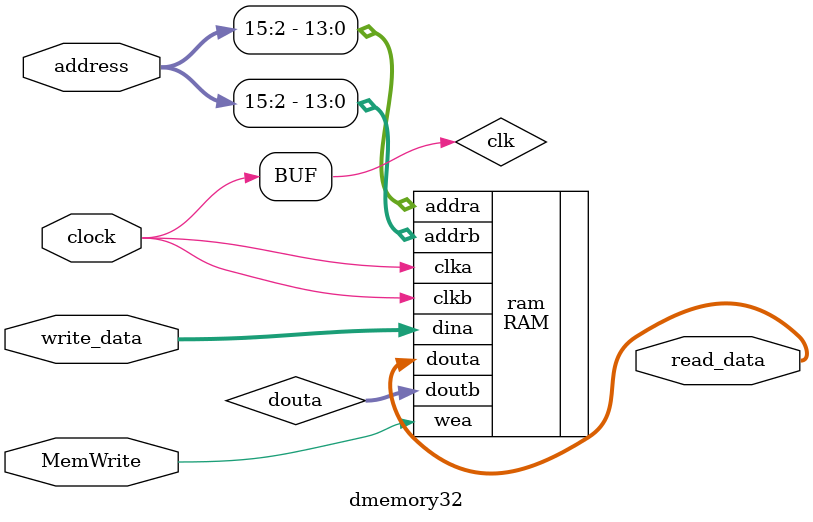
<source format=v>
`timescale 1ns / 1ps


module dmemory32(
    input clock,
    input [31:0] address,
    input [31:0] write_data,
    input MemWrite,
    output [31:0] read_data
    );
    //Generating a clk signal, which is the inverted clock of the clock signal 
    //Create a instance of RAM(IP core),binding the ports 
    assign clk = clock; 
    wire[31:0]  douta;
    RAM ram ( 
    .clka(clk), // input wire clka 
    .clkb(clk),
    .wea(MemWrite), // input wire [0 : 0] wea 
    .addra(address[15:2]), // input wire [13 : 0] addra 
    .addrb(address[15:2]),
    .dina(write_data), // input wire [31 : 0] dina 
    .douta(read_data),
    .doutb(douta) // output wire [31 : 0] douta 
    );
endmodule

</source>
